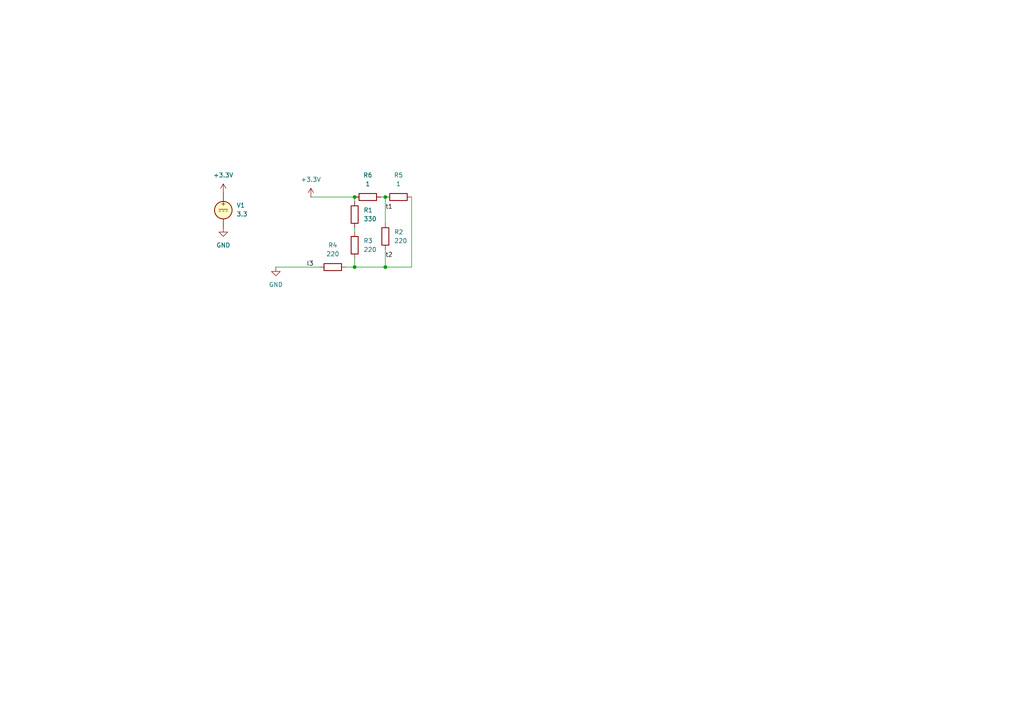
<source format=kicad_sch>
(kicad_sch (version 20231120) (generator "eeschema") (generator_version "8.0")
  (paper "A4")
  (lib_symbols
    (symbol "Device:R" (pin_numbers hide) (pin_names (offset 0))
      (property "Reference" "R" (at 2.032 0 90))
      (property "Value" "R" (at 0 0 90))
      (symbol "R_0_1"
        (rectangle (start -1.016 -2.54) (end 1.016 2.54) (stroke (width 0.254)))
      )
      (symbol "R_1_1"
        (pin passive line (at 0 3.81 270) (length 1.27) (name "~") (number "1"))
        (pin passive line (at 0 -3.81 90) (length 1.27) (name "~") (number "2"))
      )
    )
    (symbol "Simulation_SPICE:VDC" (pin_numbers hide) (pin_names (offset 0.0254))
      (property "Reference" "V" (at 2.54 2.54 0))
      (property "Value" "1" (at 2.54 0 0))
      (symbol "VDC_0_0"
        (polyline (pts (xy -1.27 0.254) (xy 1.27 0.254)))
        (polyline (pts (xy -0.762 -0.254) (xy -1.27 -0.254)))
        (polyline (pts (xy 0.254 -0.254) (xy -0.254 -0.254)))
        (polyline (pts (xy 1.27 -0.254) (xy 0.762 -0.254)))
        (text "+" (at 0 1.905 0) (effects (font (size 1.27 1.27))))
      )
      (symbol "VDC_0_1"
        (circle (center 0 0) (radius 2.54) (stroke (width 0.254)) (fill (type background)))
      )
      (symbol "VDC_1_1"
        (pin passive line (at 0 5.08 270) (length 2.54) (name "~") (number "1"))
        (pin passive line (at 0 -5.08 90) (length 2.54) (name "~") (number "2"))
      )
    )
    (symbol "power:+3.3V" (power) (pin_numbers hide) (pin_names (offset 0) hide)
      (property "Value" "+3.3V" (at 0 3.556 0))
      (symbol "+3.3V_0_1"
        (polyline (pts (xy -0.762 1.27) (xy 0 2.54)))
        (polyline (pts (xy 0 0) (xy 0 2.54)))
        (polyline (pts (xy 0 2.54) (xy 0.762 1.27)))
      )
      (symbol "+3.3V_1_1"
        (pin power_in line (at 0 0 90) (length 0) (name "~") (number "1"))
      )
    )
    (symbol "power:GND" (power) (pin_numbers hide) (pin_names (offset 0) hide)
      (property "Value" "GND" (at 0 -3.81 0))
      (symbol "GND_0_1"
        (polyline (pts (xy 0 0) (xy 0 -1.27) (xy 1.27 -1.27) (xy 0 -2.54) (xy -1.27 -1.27) (xy 0 -1.27)))
      )
      (symbol "GND_1_1"
        (pin power_in line (at 0 0 270) (length 0) (name "~") (number "1"))
      )
    )
  )
  (junction (at 102.87 77.47))
  (junction (at 111.76 57.15))
  (junction (at 111.76 77.47))
  (junction (at 102.87 57.15))
  (wire (pts (xy 119.38 77.47) (xy 111.76 77.47)))
  (wire (pts (xy 102.87 74.93) (xy 102.87 77.47)))
  (wire (pts (xy 102.87 66.04) (xy 102.87 67.31)))
  (wire (pts (xy 80.01 77.47) (xy 92.71 77.47)))
  (wire (pts (xy 90.17 57.15) (xy 102.87 57.15)))
  (wire (pts (xy 111.76 72.39) (xy 111.76 77.47)))
  (wire (pts (xy 119.38 57.15) (xy 119.38 77.47)))
  (wire (pts (xy 100.33 77.47) (xy 102.87 77.47)))
  (wire (pts (xy 111.76 57.15) (xy 111.76 64.77)))
  (wire (pts (xy 111.76 57.15) (xy 110.49 57.15)))
  (wire (pts (xy 111.76 77.47) (xy 102.87 77.47)))
  (wire (pts (xy 102.87 57.15) (xy 102.87 58.42)))
  (label "l3" (at 88.9 77.47 0))
  (label "t2" (at 111.76 74.93 0))
  (label "t1" (at 111.76 60.96 0))
  (symbol (lib_id "Device:R") (at 96.52 77.47 90) (unit 1)
    (property "Reference" "R4" (at 96.52 71.12 90))
    (property "Value" "220" (at 96.52 73.66 90))
    (property "Description" "Resistor" (effects (hide yes)))
    (property "Sim.Device" "R" (effects (hide yes)))
    (property "Sim.Pins" "1=+ 2=-" (effects (hide yes)))
  )
  (symbol (lib_id "Device:R") (at 102.87 71.12 0) (unit 1)
    (property "Reference" "R3" (at 105.41 69.8499 0) (effects (justify left)))
    (property "Value" "220" (at 105.41 72.3899 0) (effects (justify left)))
    (property "Description" "Resistor" (effects (hide yes)))
    (property "Sim.Device" "R" (effects (hide yes)))
    (property "Sim.Pins" "1=+ 2=-" (effects (hide yes)))
  )
  (symbol (lib_id "Device:R") (at 115.57 57.15 90) (unit 1)
    (property "Reference" "R5" (at 115.57 50.8 90))
    (property "Value" "1" (at 115.57 53.34 90))
    (property "Description" "Resistor" (effects (hide yes)))
    (property "Sim.Device" "R" (effects (hide yes)))
    (property "Sim.Pins" "1=+ 2=-" (effects (hide yes)))
  )
  (symbol (lib_id "power:+3.3V") (at 90.17 57.15 0) (unit 1)
    (property "Reference" "#PWR01" (effects (hide yes)))
    (property "Value" "+3.3V" (at 90.17 52.07 0))
    (property "Description" "Power symbol creates a global label with name \"+3.3V\"" (effects (hide yes)))
  )
  (symbol (lib_id "power:GND") (at 64.77 66.04 0) (unit 1)
    (property "Reference" "#PWR04" (effects (hide yes)))
    (property "Value" "GND" (at 64.77 71.12 0))
    (property "Description" "Power symbol creates a global label with name \"GND\" , ground" (effects (hide yes)))
  )
  (symbol (lib_id "Device:R") (at 111.76 68.58 0) (unit 1)
    (property "Reference" "R2" (at 114.3 67.3099 0) (effects (justify left)))
    (property "Value" "220" (at 114.3 69.8499 0) (effects (justify left)))
    (property "Description" "Resistor" (effects (hide yes)))
    (property "Sim.Device" "R" (effects (hide yes)))
    (property "Sim.Pins" "1=+ 2=-" (effects (hide yes)))
  )
  (symbol (lib_id "Simulation_SPICE:VDC") (at 64.77 60.96 0) (unit 1)
    (property "Reference" "V1" (at 68.58 59.5601 0) (effects (justify left)))
    (property "Value" "3.3" (at 68.58 62.1001 0) (effects (justify left)))
    (property "Datasheet" "https://ngspice.sourceforge.io/docs/ngspice-html-manual/manual.xhtml#sec_Independent_Sources_for" (effects (hide yes)))
    (property "Description" "Voltage source, DC" (effects (hide yes)))
    (property "Sim.Pins" "1=+ 2=-" (effects (hide yes)))
    (property "Sim.Type" "DC" (effects (hide yes)))
    (property "Sim.Device" "V" (effects (hide yes)))
  )
  (symbol (lib_id "Device:R") (at 102.87 62.23 0) (unit 1)
    (property "Reference" "R1" (at 105.41 60.9599 0) (effects (justify left)))
    (property "Value" "330" (at 105.41 63.4999 0) (effects (justify left)))
    (property "Description" "Resistor" (effects (hide yes)))
    (property "Sim.Device" "R" (effects (hide yes)))
    (property "Sim.Pins" "1=+ 2=-" (effects (hide yes)))
  )
  (symbol (lib_id "Device:R") (at 106.68 57.15 90) (unit 1)
    (property "Reference" "R6" (at 106.68 50.8 90))
    (property "Value" "1" (at 106.68 53.34 90))
    (property "Description" "Resistor" (effects (hide yes)))
    (property "Sim.Device" "R" (effects (hide yes)))
    (property "Sim.Pins" "1=+ 2=-" (effects (hide yes)))
  )
  (symbol (lib_id "power:+3.3V") (at 64.77 55.88 0) (unit 1)
    (property "Reference" "#PWR03" (effects (hide yes)))
    (property "Value" "+3.3V" (at 64.77 50.8 0))
    (property "Description" "Power symbol creates a global label with name \"+3.3V\"" (effects (hide yes)))
  )
  (symbol (lib_id "power:GND") (at 80.01 77.47 0) (unit 1)
    (property "Reference" "#PWR02" (effects (hide yes)))
    (property "Value" "GND" (at 80.01 82.55 0))
    (property "Description" "Power symbol creates a global label with name \"GND\" , ground" (effects (hide yes)))
  )
)
</source>
